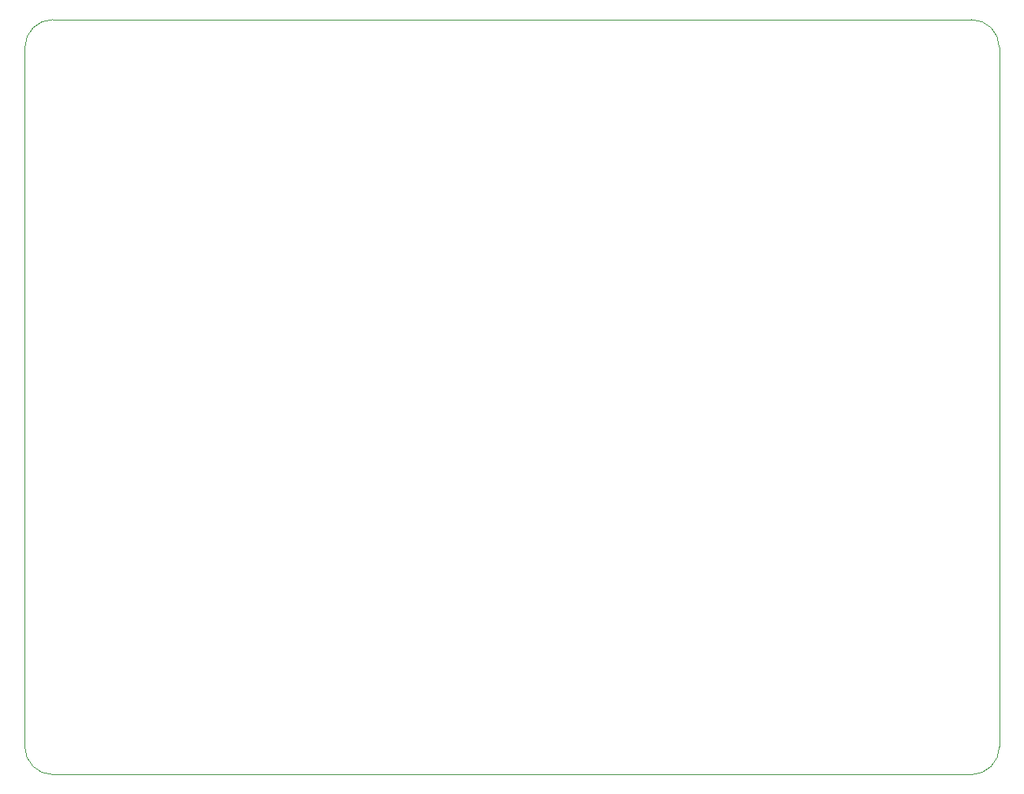
<source format=gbr>
G04 #@! TF.GenerationSoftware,KiCad,Pcbnew,7.0.10-7.0.10~ubuntu22.04.1*
G04 #@! TF.CreationDate,2024-02-20T20:22:53-05:00*
G04 #@! TF.ProjectId,mpw-mb1,6d70772d-6d62-4312-9e6b-696361645f70,2.2.6*
G04 #@! TF.SameCoordinates,PX35e1f20PY8044ea0*
G04 #@! TF.FileFunction,Profile,NP*
%FSLAX46Y46*%
G04 Gerber Fmt 4.6, Leading zero omitted, Abs format (unit mm)*
G04 Created by KiCad (PCBNEW 7.0.10-7.0.10~ubuntu22.04.1) date 2024-02-20 20:22:53*
%MOMM*%
%LPD*%
G01*
G04 APERTURE LIST*
G04 #@! TA.AperFunction,Profile*
%ADD10C,0.100000*%
G04 #@! TD*
G04 APERTURE END LIST*
D10*
X104500000Y78000000D02*
G75*
G03*
X101500000Y81000000I-3000000J0D01*
G01*
X3000000Y81000000D02*
X101500000Y81000000D01*
X101500000Y0D02*
X3000000Y0D01*
X104500000Y78000000D02*
X104500000Y3000000D01*
X0Y3000000D02*
G75*
G03*
X3000000Y0I3000000J0D01*
G01*
X3000000Y81000000D02*
G75*
G03*
X0Y78000000I0J-3000000D01*
G01*
X0Y3000000D02*
X0Y78000000D01*
X101500000Y0D02*
G75*
G03*
X104500000Y3000000I0J3000000D01*
G01*
M02*

</source>
